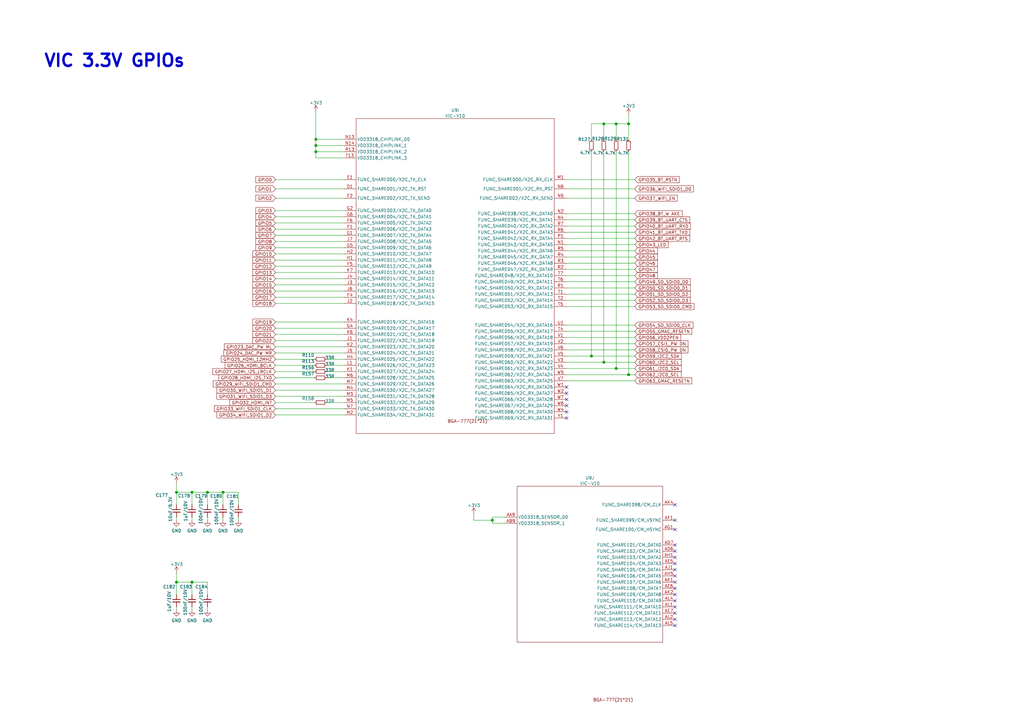
<source format=kicad_sch>
(kicad_sch (version 20210126) (generator eeschema)
  (paper "A3")
  (title_block (title "Beagle V") (date "2021-06-11") (rev "v0.7"))
  (junction (at 72.39 201.93) (diameter 1.016))
  (junction (at 72.39 238.76) (diameter 1.016))
  (junction (at 78.74 201.93) (diameter 1.016))
  (junction (at 78.74 238.76) (diameter 1.016))
  (junction (at 85.09 201.93) (diameter 1.016))
  (junction (at 91.44 201.93) (diameter 1.016))
  (junction (at 129.54 57.15) (diameter 1.016))
  (junction (at 129.54 59.69) (diameter 1.016))
  (junction (at 129.54 62.23) (diameter 1.016))
  (junction (at 201.93 213.36) (diameter 1.016))
  (junction (at 242.57 146.05) (diameter 1.016))
  (junction (at 247.65 50.8) (diameter 1.016))
  (junction (at 247.65 148.59) (diameter 1.016))
  (junction (at 252.73 50.8) (diameter 1.016))
  (junction (at 252.73 151.13) (diameter 1.016))
  (junction (at 257.81 50.8) (diameter 1.016))
  (junction (at 257.81 153.67) (diameter 1.016))
  (no_connect (at 232.41 158.75))
  (no_connect (at 232.41 161.29))
  (no_connect (at 232.41 163.83))
  (no_connect (at 232.41 166.37))
  (no_connect (at 232.41 168.91))
  (no_connect (at 232.41 171.45))
  (no_connect (at 276.86 207.01))
  (no_connect (at 276.86 213.36))
  (no_connect (at 276.86 217.17))
  (no_connect (at 276.86 223.52))
  (no_connect (at 276.86 226.06))
  (no_connect (at 276.86 228.6))
  (no_connect (at 276.86 231.14))
  (no_connect (at 276.86 233.68))
  (no_connect (at 276.86 236.22))
  (no_connect (at 276.86 238.76))
  (no_connect (at 276.86 241.3))
  (no_connect (at 276.86 243.84))
  (no_connect (at 276.86 246.38))
  (no_connect (at 276.86 248.92))
  (no_connect (at 276.86 251.46))
  (no_connect (at 276.86 254))
  (no_connect (at 276.86 256.54))
  (wire (pts (xy 72.39 198.12) (xy 72.39 201.93)))
  (wire (pts (xy 72.39 201.93) (xy 72.39 207.01)))
  (wire (pts (xy 72.39 201.93) (xy 78.74 201.93)))
  (wire (pts (xy 72.39 212.09) (xy 72.39 213.36)))
  (wire (pts (xy 72.39 234.95) (xy 72.39 238.76)))
  (wire (pts (xy 72.39 238.76) (xy 72.39 243.84)))
  (wire (pts (xy 72.39 238.76) (xy 78.74 238.76)))
  (wire (pts (xy 72.39 248.92) (xy 72.39 250.19)))
  (wire (pts (xy 78.74 201.93) (xy 78.74 207.01)))
  (wire (pts (xy 78.74 201.93) (xy 85.09 201.93)))
  (wire (pts (xy 78.74 212.09) (xy 78.74 213.36)))
  (wire (pts (xy 78.74 238.76) (xy 78.74 243.84)))
  (wire (pts (xy 78.74 238.76) (xy 85.09 238.76)))
  (wire (pts (xy 78.74 248.92) (xy 78.74 250.19)))
  (wire (pts (xy 85.09 201.93) (xy 85.09 207.01)))
  (wire (pts (xy 85.09 201.93) (xy 91.44 201.93)))
  (wire (pts (xy 85.09 212.09) (xy 85.09 213.36)))
  (wire (pts (xy 85.09 238.76) (xy 85.09 243.84)))
  (wire (pts (xy 85.09 248.92) (xy 85.09 250.19)))
  (wire (pts (xy 91.44 201.93) (xy 91.44 207.01)))
  (wire (pts (xy 91.44 201.93) (xy 97.79 201.93)))
  (wire (pts (xy 91.44 212.09) (xy 91.44 213.36)))
  (wire (pts (xy 97.79 201.93) (xy 97.79 207.01)))
  (wire (pts (xy 97.79 212.09) (xy 97.79 213.36)))
  (wire (pts (xy 113.03 73.66) (xy 140.97 73.66)))
  (wire (pts (xy 113.03 77.47) (xy 140.97 77.47)))
  (wire (pts (xy 113.03 81.28) (xy 140.97 81.28)))
  (wire (pts (xy 113.03 86.36) (xy 140.97 86.36)))
  (wire (pts (xy 113.03 88.9) (xy 140.97 88.9)))
  (wire (pts (xy 113.03 91.44) (xy 140.97 91.44)))
  (wire (pts (xy 113.03 93.98) (xy 140.97 93.98)))
  (wire (pts (xy 113.03 96.52) (xy 140.97 96.52)))
  (wire (pts (xy 113.03 99.06) (xy 140.97 99.06)))
  (wire (pts (xy 113.03 101.6) (xy 140.97 101.6)))
  (wire (pts (xy 113.03 104.14) (xy 140.97 104.14)))
  (wire (pts (xy 113.03 106.68) (xy 140.97 106.68)))
  (wire (pts (xy 113.03 109.22) (xy 140.97 109.22)))
  (wire (pts (xy 113.03 111.76) (xy 140.97 111.76)))
  (wire (pts (xy 113.03 114.3) (xy 140.97 114.3)))
  (wire (pts (xy 113.03 116.84) (xy 140.97 116.84)))
  (wire (pts (xy 113.03 119.38) (xy 140.97 119.38)))
  (wire (pts (xy 113.03 121.92) (xy 140.97 121.92)))
  (wire (pts (xy 113.03 124.46) (xy 140.97 124.46)))
  (wire (pts (xy 113.03 132.08) (xy 140.97 132.08)))
  (wire (pts (xy 113.03 134.62) (xy 140.97 134.62)))
  (wire (pts (xy 113.03 137.16) (xy 140.97 137.16)))
  (wire (pts (xy 113.03 139.7) (xy 140.97 139.7)))
  (wire (pts (xy 113.03 142.24) (xy 140.97 142.24)))
  (wire (pts (xy 113.03 144.78) (xy 140.97 144.78)))
  (wire (pts (xy 113.03 147.32) (xy 128.905 147.32)))
  (wire (pts (xy 113.03 149.86) (xy 128.905 149.86)))
  (wire (pts (xy 113.03 152.4) (xy 128.905 152.4)))
  (wire (pts (xy 113.03 154.94) (xy 128.905 154.94)))
  (wire (pts (xy 113.03 157.48) (xy 140.97 157.48)))
  (wire (pts (xy 113.03 160.02) (xy 140.97 160.02)))
  (wire (pts (xy 113.03 162.56) (xy 140.97 162.56)))
  (wire (pts (xy 113.03 165.1) (xy 128.905 165.1)))
  (wire (pts (xy 113.03 167.64) (xy 140.97 167.64)))
  (wire (pts (xy 113.03 170.18) (xy 140.97 170.18)))
  (wire (pts (xy 129.54 45.72) (xy 129.54 57.15)))
  (wire (pts (xy 129.54 57.15) (xy 140.97 57.15)))
  (wire (pts (xy 129.54 59.69) (xy 129.54 57.15)))
  (wire (pts (xy 129.54 59.69) (xy 140.97 59.69)))
  (wire (pts (xy 129.54 62.23) (xy 129.54 59.69)))
  (wire (pts (xy 129.54 62.23) (xy 140.97 62.23)))
  (wire (pts (xy 129.54 64.77) (xy 129.54 62.23)))
  (wire (pts (xy 133.985 147.32) (xy 140.97 147.32)))
  (wire (pts (xy 133.985 149.86) (xy 140.97 149.86)))
  (wire (pts (xy 133.985 152.4) (xy 140.97 152.4)))
  (wire (pts (xy 133.985 154.94) (xy 140.97 154.94)))
  (wire (pts (xy 133.985 165.1) (xy 140.97 165.1)))
  (wire (pts (xy 140.97 64.77) (xy 129.54 64.77)))
  (wire (pts (xy 194.31 210.82) (xy 194.31 213.36)))
  (wire (pts (xy 194.31 213.36) (xy 201.93 213.36)))
  (wire (pts (xy 201.93 212.09) (xy 201.93 213.36)))
  (wire (pts (xy 201.93 213.36) (xy 201.93 214.63)))
  (wire (pts (xy 201.93 214.63) (xy 207.01 214.63)))
  (wire (pts (xy 207.01 212.09) (xy 201.93 212.09)))
  (wire (pts (xy 232.41 73.66) (xy 260.35 73.66)))
  (wire (pts (xy 232.41 77.47) (xy 260.35 77.47)))
  (wire (pts (xy 232.41 81.28) (xy 260.35 81.28)))
  (wire (pts (xy 232.41 87.63) (xy 260.35 87.63)))
  (wire (pts (xy 232.41 90.17) (xy 260.35 90.17)))
  (wire (pts (xy 232.41 92.71) (xy 260.35 92.71)))
  (wire (pts (xy 232.41 95.25) (xy 260.35 95.25)))
  (wire (pts (xy 232.41 97.79) (xy 260.35 97.79)))
  (wire (pts (xy 232.41 100.33) (xy 260.35 100.33)))
  (wire (pts (xy 232.41 102.87) (xy 260.35 102.87)))
  (wire (pts (xy 232.41 105.41) (xy 260.35 105.41)))
  (wire (pts (xy 232.41 107.95) (xy 260.35 107.95)))
  (wire (pts (xy 232.41 110.49) (xy 260.35 110.49)))
  (wire (pts (xy 232.41 113.03) (xy 260.35 113.03)))
  (wire (pts (xy 232.41 115.57) (xy 260.35 115.57)))
  (wire (pts (xy 232.41 118.11) (xy 260.35 118.11)))
  (wire (pts (xy 232.41 120.65) (xy 260.35 120.65)))
  (wire (pts (xy 232.41 123.19) (xy 260.35 123.19)))
  (wire (pts (xy 232.41 125.73) (xy 260.35 125.73)))
  (wire (pts (xy 232.41 133.35) (xy 260.35 133.35)))
  (wire (pts (xy 232.41 135.89) (xy 260.35 135.89)))
  (wire (pts (xy 232.41 138.43) (xy 260.35 138.43)))
  (wire (pts (xy 232.41 140.97) (xy 260.35 140.97)))
  (wire (pts (xy 232.41 143.51) (xy 260.35 143.51)))
  (wire (pts (xy 232.41 146.05) (xy 242.57 146.05)))
  (wire (pts (xy 232.41 148.59) (xy 247.65 148.59)))
  (wire (pts (xy 232.41 151.13) (xy 252.73 151.13)))
  (wire (pts (xy 232.41 153.67) (xy 257.81 153.67)))
  (wire (pts (xy 232.41 156.21) (xy 260.35 156.21)))
  (wire (pts (xy 242.57 50.8) (xy 247.65 50.8)))
  (wire (pts (xy 242.57 57.15) (xy 242.57 50.8)))
  (wire (pts (xy 242.57 62.23) (xy 242.57 146.05)))
  (wire (pts (xy 242.57 146.05) (xy 260.35 146.05)))
  (wire (pts (xy 247.65 50.8) (xy 247.65 57.15)))
  (wire (pts (xy 247.65 50.8) (xy 252.73 50.8)))
  (wire (pts (xy 247.65 62.23) (xy 247.65 148.59)))
  (wire (pts (xy 247.65 148.59) (xy 260.35 148.59)))
  (wire (pts (xy 252.73 50.8) (xy 252.73 57.15)))
  (wire (pts (xy 252.73 50.8) (xy 257.81 50.8)))
  (wire (pts (xy 252.73 62.23) (xy 252.73 151.13)))
  (wire (pts (xy 252.73 151.13) (xy 260.35 151.13)))
  (wire (pts (xy 257.81 46.99) (xy 257.81 50.8)))
  (wire (pts (xy 257.81 50.8) (xy 257.81 57.15)))
  (wire (pts (xy 257.81 62.23) (xy 257.81 153.67)))
  (wire (pts (xy 257.81 153.67) (xy 260.35 153.67)))
  (text "VIC 3.3V GPIOs\n" (at 76.2 27.94 180) (effects (font (size 5 5) (thickness 1) bold) (justify right bottom)))
  (global_label "GPIO0" (shape input) (at 113.03 73.66 180) (property "Intersheet References" "${INTERSHEET_REFS}" (effects hide)))
  (global_label "GPIO1" (shape input) (at 113.03 77.47 180) (property "Intersheet References" "${INTERSHEET_REFS}" (effects hide)))
  (global_label "GPIO2" (shape input) (at 113.03 81.28 180) (property "Intersheet References" "${INTERSHEET_REFS}" (effects hide)))
  (global_label "GPIO3" (shape input) (at 113.03 86.36 180) (property "Intersheet References" "${INTERSHEET_REFS}" (effects hide)))
  (global_label "GPIO4" (shape input) (at 113.03 88.9 180) (property "Intersheet References" "${INTERSHEET_REFS}" (effects hide)))
  (global_label "GPIO5" (shape input) (at 113.03 91.44 180) (property "Intersheet References" "${INTERSHEET_REFS}" (effects hide)))
  (global_label "GPIO6" (shape input) (at 113.03 93.98 180) (property "Intersheet References" "${INTERSHEET_REFS}" (effects hide)))
  (global_label "GPIO7" (shape input) (at 113.03 96.52 180) (property "Intersheet References" "${INTERSHEET_REFS}" (effects hide)))
  (global_label "GPIO8" (shape input) (at 113.03 99.06 180) (property "Intersheet References" "${INTERSHEET_REFS}" (effects hide)))
  (global_label "GPIO9" (shape input) (at 113.03 101.6 180) (property "Intersheet References" "${INTERSHEET_REFS}" (effects hide)))
  (global_label "GPIO10" (shape input) (at 113.03 104.14 180) (property "Intersheet References" "${INTERSHEET_REFS}" (effects hide)))
  (global_label "GPIO11" (shape input) (at 113.03 106.68 180) (property "Intersheet References" "${INTERSHEET_REFS}" (effects hide)))
  (global_label "GPIO12" (shape input) (at 113.03 109.22 180) (property "Intersheet References" "${INTERSHEET_REFS}" (effects hide)))
  (global_label "GPIO13" (shape input) (at 113.03 111.76 180) (property "Intersheet References" "${INTERSHEET_REFS}" (effects hide)))
  (global_label "GPIO14" (shape input) (at 113.03 114.3 180) (property "Intersheet References" "${INTERSHEET_REFS}" (effects hide)))
  (global_label "GPIO15" (shape input) (at 113.03 116.84 180) (property "Intersheet References" "${INTERSHEET_REFS}" (effects hide)))
  (global_label "GPIO16" (shape input) (at 113.03 119.38 180) (property "Intersheet References" "${INTERSHEET_REFS}" (effects hide)))
  (global_label "GPIO17" (shape input) (at 113.03 121.92 180) (property "Intersheet References" "${INTERSHEET_REFS}" (effects hide)))
  (global_label "GPIO18" (shape input) (at 113.03 124.46 180) (property "Intersheet References" "${INTERSHEET_REFS}" (effects hide)))
  (global_label "GPIO19" (shape input) (at 113.03 132.08 180) (property "Intersheet References" "${INTERSHEET_REFS}" (effects hide)))
  (global_label "GPIO20" (shape input) (at 113.03 134.62 180) (property "Intersheet References" "${INTERSHEET_REFS}" (effects hide)))
  (global_label "GPIO21" (shape input) (at 113.03 137.16 180) (property "Intersheet References" "${INTERSHEET_REFS}" (effects hide)))
  (global_label "GPIO22" (shape input) (at 113.03 139.7 180) (property "Intersheet References" "${INTERSHEET_REFS}" (effects hide)))
  (global_label "GPIO23_DAC_PW ML" (shape input) (at 113.03 142.24 180) (property "Intersheet References" "${INTERSHEET_REFS}" (effects hide)))
  (global_label "GPIO24_DAC_PW MR" (shape input) (at 113.03 144.78 180) (property "Intersheet References" "${INTERSHEET_REFS}" (effects hide)))
  (global_label "GPIO25_HDMI_12MHZ" (shape input) (at 113.03 147.32 180) (property "Intersheet References" "${INTERSHEET_REFS}" (effects hide)))
  (global_label "GPIO26_HDMI_BCLK" (shape input) (at 113.03 149.86 180) (property "Intersheet References" "${INTERSHEET_REFS}" (effects hide)))
  (global_label "GPIO27_HDMI_I2S_LRCLK" (shape input) (at 113.03 152.4 180) (property "Intersheet References" "${INTERSHEET_REFS}" (effects hide)))
  (global_label "GPIO28_HDMI_I2S_TX0" (shape input) (at 113.03 154.94 180) (property "Intersheet References" "${INTERSHEET_REFS}" (effects hide)))
  (global_label "GPIO29_WIFI_SDIO1_CMD" (shape input) (at 113.03 157.48 180) (property "Intersheet References" "${INTERSHEET_REFS}" (effects hide)))
  (global_label "GPIO30_WIFI_SDIO1_D1" (shape input) (at 113.03 160.02 180) (property "Intersheet References" "${INTERSHEET_REFS}" (effects hide)))
  (global_label "GPIO31_WIFI_SDIO1_D3" (shape input) (at 113.03 162.56 180) (property "Intersheet References" "${INTERSHEET_REFS}" (effects hide)))
  (global_label "GPIO32_HDMI_INT" (shape input) (at 113.03 165.1 180) (property "Intersheet References" "${INTERSHEET_REFS}" (effects hide)))
  (global_label "GPIO33_WIFI_SDIO1_CLK" (shape input) (at 113.03 167.64 180) (property "Intersheet References" "${INTERSHEET_REFS}" (effects hide)))
  (global_label "GPIO34_WIFI_SDIO1_D2" (shape input) (at 113.03 170.18 180) (property "Intersheet References" "${INTERSHEET_REFS}" (effects hide)))
  (global_label "GPIO35_BT_RSTN" (shape input) (at 260.35 73.66 0) (property "Intersheet References" "${INTERSHEET_REFS}" (effects hide)))
  (global_label "GPIO36_WIFI_SDIO1_D0" (shape input) (at 260.35 77.47 0) (property "Intersheet References" "${INTERSHEET_REFS}" (effects hide)))
  (global_label "GPIO37_WIFI_EN" (shape input) (at 260.35 81.28 0) (property "Intersheet References" "${INTERSHEET_REFS}" (effects hide)))
  (global_label "GPIO38_BT_W AKE" (shape input) (at 260.35 87.63 0) (property "Intersheet References" "${INTERSHEET_REFS}" (effects hide)))
  (global_label "GPIO39_BT_UART_CTS" (shape input) (at 260.35 90.17 0) (property "Intersheet References" "${INTERSHEET_REFS}" (effects hide)))
  (global_label "GPIO40_BT_UART_RXD" (shape input) (at 260.35 92.71 0) (property "Intersheet References" "${INTERSHEET_REFS}" (effects hide)))
  (global_label "GPIO41_BT_UART_TXD" (shape input) (at 260.35 95.25 0) (property "Intersheet References" "${INTERSHEET_REFS}" (effects hide)))
  (global_label "GPIO42_BT_UART_RTS" (shape input) (at 260.35 97.79 0) (property "Intersheet References" "${INTERSHEET_REFS}" (effects hide)))
  (global_label "GPIO43_LED" (shape input) (at 260.35 100.33 0) (property "Intersheet References" "${INTERSHEET_REFS}" (effects hide)))
  (global_label "GPIO44" (shape input) (at 260.35 102.87 0) (property "Intersheet References" "${INTERSHEET_REFS}" (effects hide)))
  (global_label "GPIO45" (shape input) (at 260.35 105.41 0) (property "Intersheet References" "${INTERSHEET_REFS}" (effects hide)))
  (global_label "GPIO46" (shape input) (at 260.35 107.95 0) (property "Intersheet References" "${INTERSHEET_REFS}" (effects hide)))
  (global_label "GPIO47" (shape input) (at 260.35 110.49 0) (property "Intersheet References" "${INTERSHEET_REFS}" (effects hide)))
  (global_label "GPIO48" (shape input) (at 260.35 113.03 0) (property "Intersheet References" "${INTERSHEET_REFS}" (effects hide)))
  (global_label "GPIO49_SD_SDIO0_D0" (shape input) (at 260.35 115.57 0) (property "Intersheet References" "${INTERSHEET_REFS}" (effects hide)))
  (global_label "GPIO50_SD_SDIO0_D1" (shape input) (at 260.35 118.11 0) (property "Intersheet References" "${INTERSHEET_REFS}" (effects hide)))
  (global_label "GPIO51_SD_SDIO0_D2" (shape input) (at 260.35 120.65 0) (property "Intersheet References" "${INTERSHEET_REFS}" (effects hide)))
  (global_label "GPIO52_SD_SDIO0_D3" (shape input) (at 260.35 123.19 0) (property "Intersheet References" "${INTERSHEET_REFS}" (effects hide)))
  (global_label "GPIO53_SD_SDIO0_CMD" (shape input) (at 260.35 125.73 0) (property "Intersheet References" "${INTERSHEET_REFS}" (effects hide)))
  (global_label "GPIO54_SD_SDIO0_CLK" (shape input) (at 260.35 133.35 0) (property "Intersheet References" "${INTERSHEET_REFS}" (effects hide)))
  (global_label "GPIO55_GMAC_RESETN" (shape input) (at 260.35 135.89 0) (property "Intersheet References" "${INTERSHEET_REFS}" (effects hide)))
  (global_label "GPIO56_VDD2PEN" (shape input) (at 260.35 138.43 0) (property "Intersheet References" "${INTERSHEET_REFS}" (effects hide)))
  (global_label "GPIO57_CSI1_PW DN" (shape input) (at 260.35 140.97 0) (property "Intersheet References" "${INTERSHEET_REFS}" (effects hide)))
  (global_label "GPIO58_CSI0_PW DN" (shape input) (at 260.35 143.51 0) (property "Intersheet References" "${INTERSHEET_REFS}" (effects hide)))
  (global_label "GPIO59_I2C2_SDA" (shape input) (at 260.35 146.05 0) (property "Intersheet References" "${INTERSHEET_REFS}" (effects hide)))
  (global_label "GPIO60_I2C2_SCL" (shape input) (at 260.35 148.59 0) (property "Intersheet References" "${INTERSHEET_REFS}" (effects hide)))
  (global_label "GPIO61_I2C0_SDA" (shape input) (at 260.35 151.13 0) (property "Intersheet References" "${INTERSHEET_REFS}" (effects hide)))
  (global_label "GPIO62_I2C0_SCL" (shape input) (at 260.35 153.67 0) (property "Intersheet References" "${INTERSHEET_REFS}" (effects hide)))
  (global_label "GPIO63_GMAC_RESETN" (shape input) (at 260.35 156.21 0) (property "Intersheet References" "${INTERSHEET_REFS}" (effects hide)))
  (symbol (lib_id "power:+3V3") (at 72.39 198.12 0) (unit 1)
    (property "Reference" "#PWR0239" (effects hide))
    (property "Value" "+3V3" (at 72.39 194.5726 0))
  )
  (symbol (lib_id "power:+3V3") (at 72.39 234.95 0) (unit 1)
    (property "Reference" "#PWR0228" (effects hide))
    (property "Value" "+3V3" (at 72.39 231.4026 0))
  )
  (symbol (lib_id "power:+3V3") (at 129.54 45.72 0) (unit 1)
    (property "Reference" "#PWR0240" (effects hide))
    (property "Value" "+3V3" (at 129.54 42.1726 0))
  )
  (symbol (lib_id "power:+3V3") (at 194.31 210.82 0) (unit 1)
    (property "Reference" "#PWR0237" (effects hide))
    (property "Value" "+3V3" (at 194.31 207.2726 0))
  )
  (symbol (lib_id "power:+3V3") (at 257.81 46.99 0) (unit 1)
    (property "Reference" "#PWR0238" (effects hide))
    (property "Value" "+3V3" (at 257.81 43.4426 0))
  )
  (symbol (lib_id "power:GND") (at 72.39 213.36 0) (unit 1)
    (property "Reference" "#PWR0229" (effects hide))
    (property "Value" "GND" (at 72.39 217.6844 0))
  )
  (symbol (lib_id "power:GND") (at 72.39 250.19 0) (unit 1)
    (property "Reference" "#PWR0230" (effects hide))
    (property "Value" "GND" (at 72.39 254.5144 0))
  )
  (symbol (lib_id "power:GND") (at 78.74 213.36 0) (unit 1)
    (property "Reference" "#PWR0233" (effects hide))
    (property "Value" "GND" (at 78.74 217.6844 0))
  )
  (symbol (lib_id "power:GND") (at 78.74 250.19 0) (unit 1)
    (property "Reference" "#PWR0231" (effects hide))
    (property "Value" "GND" (at 78.74 254.5144 0))
  )
  (symbol (lib_id "power:GND") (at 85.09 213.36 0) (unit 1)
    (property "Reference" "#PWR0234" (effects hide))
    (property "Value" "GND" (at 85.09 217.6844 0))
  )
  (symbol (lib_id "power:GND") (at 85.09 250.19 0) (unit 1)
    (property "Reference" "#PWR0232" (effects hide))
    (property "Value" "GND" (at 85.09 254.5144 0))
  )
  (symbol (lib_id "power:GND") (at 91.44 213.36 0) (unit 1)
    (property "Reference" "#PWR0236" (effects hide))
    (property "Value" "GND" (at 91.44 217.6844 0))
  )
  (symbol (lib_id "power:GND") (at 97.79 213.36 0) (unit 1)
    (property "Reference" "#PWR0235" (effects hide))
    (property "Value" "GND" (at 97.79 217.6844 0))
  )
  (symbol (lib_id "Device:R_Small") (at 131.445 147.32 90) (unit 1)
    (property "Reference" "R110" (at 126.365 145.6902 90))
    (property "Value" "33R" (at 135.255 146.7189 90))
    (property "Footprint" "Resistor_SMD:R_0201_0603Metric" (effects hide))
  )
  (symbol (lib_id "Device:R_Small") (at 131.445 149.86 90) (unit 1)
    (property "Reference" "R113" (at 126.365 148.2302 90))
    (property "Value" "33R" (at 135.255 149.2589 90))
    (property "Footprint" "Resistor_SMD:R_0201_0603Metric" (effects hide))
  )
  (symbol (lib_id "Device:R_Small") (at 131.445 152.4 90) (unit 1)
    (property "Reference" "R156" (at 126.365 150.7702 90))
    (property "Value" "33R" (at 135.255 151.7989 90))
    (property "Footprint" "Resistor_SMD:R_0201_0603Metric" (effects hide))
  )
  (symbol (lib_id "Device:R_Small") (at 131.445 154.94 90) (unit 1)
    (property "Reference" "R157" (at 126.365 153.3102 90))
    (property "Value" "33R" (at 135.255 154.3389 90))
    (property "Footprint" "Resistor_SMD:R_0201_0603Metric" (effects hide))
  )
  (symbol (lib_id "Device:R_Small") (at 131.445 165.1 90) (unit 1)
    (property "Reference" "R158" (at 126.365 163.4702 90))
    (property "Value" "33R" (at 135.255 164.4989 90))
    (property "Footprint" "Resistor_SMD:R_0201_0603Metric" (effects hide))
  )
  (symbol (lib_id "Device:R_Small") (at 242.57 59.69 0) (unit 1)
    (property "Reference" "R127" (at 237.0837 57.1511 0) (effects (justify left)))
    (property "Value" "4.7K" (at 237.8457 62.6248 0) (effects (justify left)))
    (property "Footprint" "Resistor_SMD:R_0402_1005Metric" (effects hide))
  )
  (symbol (lib_id "Device:R_Small") (at 247.65 59.69 0) (unit 1)
    (property "Reference" "R128" (at 242.6717 56.8971 0) (effects (justify left)))
    (property "Value" "4.7K" (at 243.1797 62.7518 0) (effects (justify left)))
    (property "Footprint" "Resistor_SMD:R_0402_1005Metric" (effects hide))
  )
  (symbol (lib_id "Device:R_Small") (at 252.73 59.69 0) (unit 1)
    (property "Reference" "R129" (at 247.7517 56.8971 0) (effects (justify left)))
    (property "Value" "4.7K" (at 248.1327 62.7518 0) (effects (justify left)))
    (property "Footprint" "Resistor_SMD:R_0402_1005Metric" (effects hide))
  )
  (symbol (lib_id "Device:R_Small") (at 257.81 59.69 0) (unit 1)
    (property "Reference" "R131" (at 252.8317 57.0241 0) (effects (justify left)))
    (property "Value" "4.7K" (at 253.4667 62.7518 0) (effects (justify left)))
    (property "Footprint" "Resistor_SMD:R_0402_1005Metric" (effects hide))
  )
  (symbol (lib_id "Device:C_Small") (at 72.39 209.55 0) (unit 1)
    (property "Reference" "C177" (at 63.7922 203.0741 0) (effects (justify left)))
    (property "Value" "10uF/6.3V" (at 69.8882 214.0088 90) (effects (justify left)))
    (property "Footprint" "Capacitor_SMD:C_0402_1005Metric" (effects hide))
  )
  (symbol (lib_id "Device:C_Small") (at 72.39 246.38 0) (unit 1)
    (property "Reference" "C182" (at 66.8402 240.6661 0) (effects (justify left)))
    (property "Value" "1uF/10V" (at 69.3802 250.9658 90) (effects (justify left)))
    (property "Footprint" "Capacitor_SMD:C_0402_1005Metric" (effects hide))
  )
  (symbol (lib_id "Device:C_Small") (at 78.74 209.55 0) (unit 1)
    (property "Reference" "C178" (at 72.9362 203.3281 0) (effects (justify left)))
    (property "Value" "1uF/10V" (at 76.1112 213.8818 90) (effects (justify left)))
    (property "Footprint" "Capacitor_SMD:C_0402_1005Metric" (effects hide))
  )
  (symbol (lib_id "Device:C_Small") (at 78.74 246.38 0) (unit 1)
    (property "Reference" "C183" (at 73.6982 240.6661 0) (effects (justify left)))
    (property "Value" "100nF/10V" (at 75.9842 252.4898 90) (effects (justify left)))
    (property "Footprint" "Capacitor_SMD:C_0201_0603Metric" (effects hide))
  )
  (symbol (lib_id "Device:C_Small") (at 85.09 209.55 0) (unit 1)
    (property "Reference" "C179" (at 79.9212 203.4551 0) (effects (justify left)))
    (property "Value" "100nF/10V" (at 82.3342 215.0248 90) (effects (justify left)))
    (property "Footprint" "Capacitor_SMD:C_0201_0603Metric" (effects hide))
  )
  (symbol (lib_id "Device:C_Small") (at 85.09 246.38 0) (unit 1)
    (property "Reference" "C184" (at 80.0482 240.6661 0) (effects (justify left)))
    (property "Value" "100nF/10V" (at 82.4612 252.3628 90) (effects (justify left)))
    (property "Footprint" "Capacitor_SMD:C_0201_0603Metric" (effects hide))
  )
  (symbol (lib_id "Device:C_Small") (at 91.44 209.55 0) (unit 1)
    (property "Reference" "C180" (at 86.1442 203.4551 0) (effects (justify left)))
    (property "Value" "100nF/10V" (at 88.8112 215.4058 90) (effects (justify left)))
    (property "Footprint" "Capacitor_SMD:C_0201_0603Metric" (effects hide))
  )
  (symbol (lib_id "Device:C_Small") (at 97.79 209.55 0) (unit 1)
    (property "Reference" "C181" (at 92.8752 203.5821 0) (effects (justify left)))
    (property "Value" "100nF/10V" (at 95.0342 215.7868 90) (effects (justify left)))
    (property "Footprint" "Capacitor_SMD:C_0201_0603Metric" (effects hide))
  )
  (symbol (lib_id "BeagleV:VIC-V10") (at 246.38 232.41 0) (unit 10)
    (property "Reference" "U9" (at 241.935 196.0076 0))
    (property "Value" "VIC-V10" (at 241.935 198.3063 0))
    (property "Footprint" "BeagleV:JH7100 - BGA-961_31x31_20.5x20.5mm" (effects hide))
  )
  (symbol (lib_id "BeagleV:VIC-V10") (at 186.69 118.11 0) (unit 9)
    (property "Reference" "U9" (at 186.69 45.2276 0))
    (property "Value" "VIC-V10" (at 186.69 47.5263 0))
    (property "Footprint" "BeagleV:JH7100 - BGA-961_31x31_20.5x20.5mm" (effects hide))
  )
)
</source>
